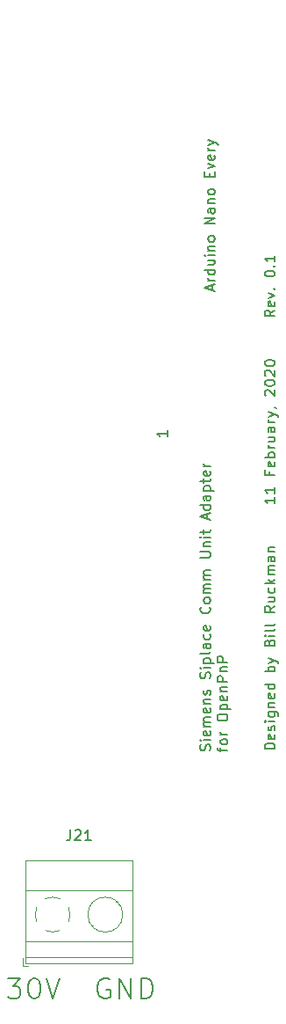
<source format=gto>
G04 #@! TF.GenerationSoftware,KiCad,Pcbnew,(5.1.5)-3*
G04 #@! TF.CreationDate,2020-02-11T12:56:00-08:00*
G04 #@! TF.ProjectId,siplace_feeder_controller_adapter,7369706c-6163-4655-9f66-65656465725f,rev?*
G04 #@! TF.SameCoordinates,Original*
G04 #@! TF.FileFunction,Legend,Top*
G04 #@! TF.FilePolarity,Positive*
%FSLAX46Y46*%
G04 Gerber Fmt 4.6, Leading zero omitted, Abs format (unit mm)*
G04 Created by KiCad (PCBNEW (5.1.5)-3) date 2020-02-11 12:56:00*
%MOMM*%
%LPD*%
G04 APERTURE LIST*
%ADD10C,0.150000*%
%ADD11C,0.120000*%
%ADD12O,3.102000X1.802000*%
%ADD13C,1.467000*%
%ADD14R,1.467000X1.467000*%
%ADD15C,2.892000*%
%ADD16C,3.302000*%
%ADD17C,2.702000*%
%ADD18R,2.702000X2.702000*%
G04 APERTURE END LIST*
D10*
X121452380Y-124064404D02*
X120452380Y-124064404D01*
X120452380Y-123826309D01*
X120500000Y-123683452D01*
X120595238Y-123588214D01*
X120690476Y-123540595D01*
X120880952Y-123492976D01*
X121023809Y-123492976D01*
X121214285Y-123540595D01*
X121309523Y-123588214D01*
X121404761Y-123683452D01*
X121452380Y-123826309D01*
X121452380Y-124064404D01*
X121404761Y-122683452D02*
X121452380Y-122778690D01*
X121452380Y-122969166D01*
X121404761Y-123064404D01*
X121309523Y-123112023D01*
X120928571Y-123112023D01*
X120833333Y-123064404D01*
X120785714Y-122969166D01*
X120785714Y-122778690D01*
X120833333Y-122683452D01*
X120928571Y-122635833D01*
X121023809Y-122635833D01*
X121119047Y-123112023D01*
X121404761Y-122254880D02*
X121452380Y-122159642D01*
X121452380Y-121969166D01*
X121404761Y-121873928D01*
X121309523Y-121826309D01*
X121261904Y-121826309D01*
X121166666Y-121873928D01*
X121119047Y-121969166D01*
X121119047Y-122112023D01*
X121071428Y-122207261D01*
X120976190Y-122254880D01*
X120928571Y-122254880D01*
X120833333Y-122207261D01*
X120785714Y-122112023D01*
X120785714Y-121969166D01*
X120833333Y-121873928D01*
X121452380Y-121397738D02*
X120785714Y-121397738D01*
X120452380Y-121397738D02*
X120500000Y-121445357D01*
X120547619Y-121397738D01*
X120500000Y-121350119D01*
X120452380Y-121397738D01*
X120547619Y-121397738D01*
X120785714Y-120492976D02*
X121595238Y-120492976D01*
X121690476Y-120540595D01*
X121738095Y-120588214D01*
X121785714Y-120683452D01*
X121785714Y-120826309D01*
X121738095Y-120921547D01*
X121404761Y-120492976D02*
X121452380Y-120588214D01*
X121452380Y-120778690D01*
X121404761Y-120873928D01*
X121357142Y-120921547D01*
X121261904Y-120969166D01*
X120976190Y-120969166D01*
X120880952Y-120921547D01*
X120833333Y-120873928D01*
X120785714Y-120778690D01*
X120785714Y-120588214D01*
X120833333Y-120492976D01*
X120785714Y-120016785D02*
X121452380Y-120016785D01*
X120880952Y-120016785D02*
X120833333Y-119969166D01*
X120785714Y-119873928D01*
X120785714Y-119731071D01*
X120833333Y-119635833D01*
X120928571Y-119588214D01*
X121452380Y-119588214D01*
X121404761Y-118731071D02*
X121452380Y-118826309D01*
X121452380Y-119016785D01*
X121404761Y-119112023D01*
X121309523Y-119159642D01*
X120928571Y-119159642D01*
X120833333Y-119112023D01*
X120785714Y-119016785D01*
X120785714Y-118826309D01*
X120833333Y-118731071D01*
X120928571Y-118683452D01*
X121023809Y-118683452D01*
X121119047Y-119159642D01*
X121452380Y-117826309D02*
X120452380Y-117826309D01*
X121404761Y-117826309D02*
X121452380Y-117921547D01*
X121452380Y-118112023D01*
X121404761Y-118207261D01*
X121357142Y-118254880D01*
X121261904Y-118302500D01*
X120976190Y-118302500D01*
X120880952Y-118254880D01*
X120833333Y-118207261D01*
X120785714Y-118112023D01*
X120785714Y-117921547D01*
X120833333Y-117826309D01*
X121452380Y-116588214D02*
X120452380Y-116588214D01*
X120833333Y-116588214D02*
X120785714Y-116492976D01*
X120785714Y-116302500D01*
X120833333Y-116207261D01*
X120880952Y-116159642D01*
X120976190Y-116112023D01*
X121261904Y-116112023D01*
X121357142Y-116159642D01*
X121404761Y-116207261D01*
X121452380Y-116302500D01*
X121452380Y-116492976D01*
X121404761Y-116588214D01*
X120785714Y-115778690D02*
X121452380Y-115540595D01*
X120785714Y-115302500D02*
X121452380Y-115540595D01*
X121690476Y-115635833D01*
X121738095Y-115683452D01*
X121785714Y-115778690D01*
X120928571Y-113826309D02*
X120976190Y-113683452D01*
X121023809Y-113635833D01*
X121119047Y-113588214D01*
X121261904Y-113588214D01*
X121357142Y-113635833D01*
X121404761Y-113683452D01*
X121452380Y-113778690D01*
X121452380Y-114159642D01*
X120452380Y-114159642D01*
X120452380Y-113826309D01*
X120500000Y-113731071D01*
X120547619Y-113683452D01*
X120642857Y-113635833D01*
X120738095Y-113635833D01*
X120833333Y-113683452D01*
X120880952Y-113731071D01*
X120928571Y-113826309D01*
X120928571Y-114159642D01*
X121452380Y-113159642D02*
X120785714Y-113159642D01*
X120452380Y-113159642D02*
X120500000Y-113207261D01*
X120547619Y-113159642D01*
X120500000Y-113112023D01*
X120452380Y-113159642D01*
X120547619Y-113159642D01*
X121452380Y-112540595D02*
X121404761Y-112635833D01*
X121309523Y-112683452D01*
X120452380Y-112683452D01*
X121452380Y-112016785D02*
X121404761Y-112112023D01*
X121309523Y-112159642D01*
X120452380Y-112159642D01*
X121452380Y-110302500D02*
X120976190Y-110635833D01*
X121452380Y-110873928D02*
X120452380Y-110873928D01*
X120452380Y-110492976D01*
X120500000Y-110397738D01*
X120547619Y-110350119D01*
X120642857Y-110302500D01*
X120785714Y-110302500D01*
X120880952Y-110350119D01*
X120928571Y-110397738D01*
X120976190Y-110492976D01*
X120976190Y-110873928D01*
X120785714Y-109445357D02*
X121452380Y-109445357D01*
X120785714Y-109873928D02*
X121309523Y-109873928D01*
X121404761Y-109826309D01*
X121452380Y-109731071D01*
X121452380Y-109588214D01*
X121404761Y-109492976D01*
X121357142Y-109445357D01*
X121404761Y-108540595D02*
X121452380Y-108635833D01*
X121452380Y-108826309D01*
X121404761Y-108921547D01*
X121357142Y-108969166D01*
X121261904Y-109016785D01*
X120976190Y-109016785D01*
X120880952Y-108969166D01*
X120833333Y-108921547D01*
X120785714Y-108826309D01*
X120785714Y-108635833D01*
X120833333Y-108540595D01*
X121452380Y-108112023D02*
X120452380Y-108112023D01*
X121071428Y-108016785D02*
X121452380Y-107731071D01*
X120785714Y-107731071D02*
X121166666Y-108112023D01*
X121452380Y-107302500D02*
X120785714Y-107302500D01*
X120880952Y-107302500D02*
X120833333Y-107254880D01*
X120785714Y-107159642D01*
X120785714Y-107016785D01*
X120833333Y-106921547D01*
X120928571Y-106873928D01*
X121452380Y-106873928D01*
X120928571Y-106873928D02*
X120833333Y-106826309D01*
X120785714Y-106731071D01*
X120785714Y-106588214D01*
X120833333Y-106492976D01*
X120928571Y-106445357D01*
X121452380Y-106445357D01*
X121452380Y-105540595D02*
X120928571Y-105540595D01*
X120833333Y-105588214D01*
X120785714Y-105683452D01*
X120785714Y-105873928D01*
X120833333Y-105969166D01*
X121404761Y-105540595D02*
X121452380Y-105635833D01*
X121452380Y-105873928D01*
X121404761Y-105969166D01*
X121309523Y-106016785D01*
X121214285Y-106016785D01*
X121119047Y-105969166D01*
X121071428Y-105873928D01*
X121071428Y-105635833D01*
X121023809Y-105540595D01*
X120785714Y-105064404D02*
X121452380Y-105064404D01*
X120880952Y-105064404D02*
X120833333Y-105016785D01*
X120785714Y-104921547D01*
X120785714Y-104778690D01*
X120833333Y-104683452D01*
X120928571Y-104635833D01*
X121452380Y-104635833D01*
X121452380Y-99826309D02*
X121452380Y-100397738D01*
X121452380Y-100112023D02*
X120452380Y-100112023D01*
X120595238Y-100207261D01*
X120690476Y-100302500D01*
X120738095Y-100397738D01*
X121452380Y-98873928D02*
X121452380Y-99445357D01*
X121452380Y-99159642D02*
X120452380Y-99159642D01*
X120595238Y-99254880D01*
X120690476Y-99350119D01*
X120738095Y-99445357D01*
X120928571Y-97350119D02*
X120928571Y-97683452D01*
X121452380Y-97683452D02*
X120452380Y-97683452D01*
X120452380Y-97207261D01*
X121404761Y-96445357D02*
X121452380Y-96540595D01*
X121452380Y-96731071D01*
X121404761Y-96826309D01*
X121309523Y-96873928D01*
X120928571Y-96873928D01*
X120833333Y-96826309D01*
X120785714Y-96731071D01*
X120785714Y-96540595D01*
X120833333Y-96445357D01*
X120928571Y-96397738D01*
X121023809Y-96397738D01*
X121119047Y-96873928D01*
X121452380Y-95969166D02*
X120452380Y-95969166D01*
X120833333Y-95969166D02*
X120785714Y-95873928D01*
X120785714Y-95683452D01*
X120833333Y-95588214D01*
X120880952Y-95540595D01*
X120976190Y-95492976D01*
X121261904Y-95492976D01*
X121357142Y-95540595D01*
X121404761Y-95588214D01*
X121452380Y-95683452D01*
X121452380Y-95873928D01*
X121404761Y-95969166D01*
X121452380Y-95064404D02*
X120785714Y-95064404D01*
X120976190Y-95064404D02*
X120880952Y-95016785D01*
X120833333Y-94969166D01*
X120785714Y-94873928D01*
X120785714Y-94778690D01*
X120785714Y-94016785D02*
X121452380Y-94016785D01*
X120785714Y-94445357D02*
X121309523Y-94445357D01*
X121404761Y-94397738D01*
X121452380Y-94302500D01*
X121452380Y-94159642D01*
X121404761Y-94064404D01*
X121357142Y-94016785D01*
X121452380Y-93112023D02*
X120928571Y-93112023D01*
X120833333Y-93159642D01*
X120785714Y-93254880D01*
X120785714Y-93445357D01*
X120833333Y-93540595D01*
X121404761Y-93112023D02*
X121452380Y-93207261D01*
X121452380Y-93445357D01*
X121404761Y-93540595D01*
X121309523Y-93588214D01*
X121214285Y-93588214D01*
X121119047Y-93540595D01*
X121071428Y-93445357D01*
X121071428Y-93207261D01*
X121023809Y-93112023D01*
X121452380Y-92635833D02*
X120785714Y-92635833D01*
X120976190Y-92635833D02*
X120880952Y-92588214D01*
X120833333Y-92540595D01*
X120785714Y-92445357D01*
X120785714Y-92350119D01*
X120785714Y-92112023D02*
X121452380Y-91873928D01*
X120785714Y-91635833D02*
X121452380Y-91873928D01*
X121690476Y-91969166D01*
X121738095Y-92016785D01*
X121785714Y-92112023D01*
X121404761Y-91207261D02*
X121452380Y-91207261D01*
X121547619Y-91254880D01*
X121595238Y-91302500D01*
X120547619Y-90064404D02*
X120500000Y-90016785D01*
X120452380Y-89921547D01*
X120452380Y-89683452D01*
X120500000Y-89588214D01*
X120547619Y-89540595D01*
X120642857Y-89492976D01*
X120738095Y-89492976D01*
X120880952Y-89540595D01*
X121452380Y-90112023D01*
X121452380Y-89492976D01*
X120452380Y-88873928D02*
X120452380Y-88778690D01*
X120500000Y-88683452D01*
X120547619Y-88635833D01*
X120642857Y-88588214D01*
X120833333Y-88540595D01*
X121071428Y-88540595D01*
X121261904Y-88588214D01*
X121357142Y-88635833D01*
X121404761Y-88683452D01*
X121452380Y-88778690D01*
X121452380Y-88873928D01*
X121404761Y-88969166D01*
X121357142Y-89016785D01*
X121261904Y-89064404D01*
X121071428Y-89112023D01*
X120833333Y-89112023D01*
X120642857Y-89064404D01*
X120547619Y-89016785D01*
X120500000Y-88969166D01*
X120452380Y-88873928D01*
X120547619Y-88159642D02*
X120500000Y-88112023D01*
X120452380Y-88016785D01*
X120452380Y-87778690D01*
X120500000Y-87683452D01*
X120547619Y-87635833D01*
X120642857Y-87588214D01*
X120738095Y-87588214D01*
X120880952Y-87635833D01*
X121452380Y-88207261D01*
X121452380Y-87588214D01*
X120452380Y-86969166D02*
X120452380Y-86873928D01*
X120500000Y-86778690D01*
X120547619Y-86731071D01*
X120642857Y-86683452D01*
X120833333Y-86635833D01*
X121071428Y-86635833D01*
X121261904Y-86683452D01*
X121357142Y-86731071D01*
X121404761Y-86778690D01*
X121452380Y-86873928D01*
X121452380Y-86969166D01*
X121404761Y-87064404D01*
X121357142Y-87112023D01*
X121261904Y-87159642D01*
X121071428Y-87207261D01*
X120833333Y-87207261D01*
X120642857Y-87159642D01*
X120547619Y-87112023D01*
X120500000Y-87064404D01*
X120452380Y-86969166D01*
X121452380Y-81826309D02*
X120976190Y-82159642D01*
X121452380Y-82397738D02*
X120452380Y-82397738D01*
X120452380Y-82016785D01*
X120500000Y-81921547D01*
X120547619Y-81873928D01*
X120642857Y-81826309D01*
X120785714Y-81826309D01*
X120880952Y-81873928D01*
X120928571Y-81921547D01*
X120976190Y-82016785D01*
X120976190Y-82397738D01*
X121404761Y-81016785D02*
X121452380Y-81112023D01*
X121452380Y-81302500D01*
X121404761Y-81397738D01*
X121309523Y-81445357D01*
X120928571Y-81445357D01*
X120833333Y-81397738D01*
X120785714Y-81302500D01*
X120785714Y-81112023D01*
X120833333Y-81016785D01*
X120928571Y-80969166D01*
X121023809Y-80969166D01*
X121119047Y-81445357D01*
X120785714Y-80635833D02*
X121452380Y-80397738D01*
X120785714Y-80159642D01*
X121357142Y-79778690D02*
X121404761Y-79731071D01*
X121452380Y-79778690D01*
X121404761Y-79826309D01*
X121357142Y-79778690D01*
X121452380Y-79778690D01*
X120452380Y-78350119D02*
X120452380Y-78254880D01*
X120500000Y-78159642D01*
X120547619Y-78112023D01*
X120642857Y-78064404D01*
X120833333Y-78016785D01*
X121071428Y-78016785D01*
X121261904Y-78064404D01*
X121357142Y-78112023D01*
X121404761Y-78159642D01*
X121452380Y-78254880D01*
X121452380Y-78350119D01*
X121404761Y-78445357D01*
X121357142Y-78492976D01*
X121261904Y-78540595D01*
X121071428Y-78588214D01*
X120833333Y-78588214D01*
X120642857Y-78540595D01*
X120547619Y-78492976D01*
X120500000Y-78445357D01*
X120452380Y-78350119D01*
X121357142Y-77588214D02*
X121404761Y-77540595D01*
X121452380Y-77588214D01*
X121404761Y-77635833D01*
X121357142Y-77588214D01*
X121452380Y-77588214D01*
X121452380Y-76588214D02*
X121452380Y-77159642D01*
X121452380Y-76873928D02*
X120452380Y-76873928D01*
X120595238Y-76969166D01*
X120690476Y-77064404D01*
X120738095Y-77159642D01*
X115179761Y-124212023D02*
X115227380Y-124069166D01*
X115227380Y-123831071D01*
X115179761Y-123735833D01*
X115132142Y-123688214D01*
X115036904Y-123640595D01*
X114941666Y-123640595D01*
X114846428Y-123688214D01*
X114798809Y-123735833D01*
X114751190Y-123831071D01*
X114703571Y-124021547D01*
X114655952Y-124116785D01*
X114608333Y-124164404D01*
X114513095Y-124212023D01*
X114417857Y-124212023D01*
X114322619Y-124164404D01*
X114275000Y-124116785D01*
X114227380Y-124021547D01*
X114227380Y-123783452D01*
X114275000Y-123640595D01*
X115227380Y-123212023D02*
X114560714Y-123212023D01*
X114227380Y-123212023D02*
X114275000Y-123259642D01*
X114322619Y-123212023D01*
X114275000Y-123164404D01*
X114227380Y-123212023D01*
X114322619Y-123212023D01*
X115179761Y-122354880D02*
X115227380Y-122450119D01*
X115227380Y-122640595D01*
X115179761Y-122735833D01*
X115084523Y-122783452D01*
X114703571Y-122783452D01*
X114608333Y-122735833D01*
X114560714Y-122640595D01*
X114560714Y-122450119D01*
X114608333Y-122354880D01*
X114703571Y-122307261D01*
X114798809Y-122307261D01*
X114894047Y-122783452D01*
X115227380Y-121878690D02*
X114560714Y-121878690D01*
X114655952Y-121878690D02*
X114608333Y-121831071D01*
X114560714Y-121735833D01*
X114560714Y-121592976D01*
X114608333Y-121497738D01*
X114703571Y-121450119D01*
X115227380Y-121450119D01*
X114703571Y-121450119D02*
X114608333Y-121402500D01*
X114560714Y-121307261D01*
X114560714Y-121164404D01*
X114608333Y-121069166D01*
X114703571Y-121021547D01*
X115227380Y-121021547D01*
X115179761Y-120164404D02*
X115227380Y-120259642D01*
X115227380Y-120450119D01*
X115179761Y-120545357D01*
X115084523Y-120592976D01*
X114703571Y-120592976D01*
X114608333Y-120545357D01*
X114560714Y-120450119D01*
X114560714Y-120259642D01*
X114608333Y-120164404D01*
X114703571Y-120116785D01*
X114798809Y-120116785D01*
X114894047Y-120592976D01*
X114560714Y-119688214D02*
X115227380Y-119688214D01*
X114655952Y-119688214D02*
X114608333Y-119640595D01*
X114560714Y-119545357D01*
X114560714Y-119402500D01*
X114608333Y-119307261D01*
X114703571Y-119259642D01*
X115227380Y-119259642D01*
X115179761Y-118831071D02*
X115227380Y-118735833D01*
X115227380Y-118545357D01*
X115179761Y-118450119D01*
X115084523Y-118402500D01*
X115036904Y-118402500D01*
X114941666Y-118450119D01*
X114894047Y-118545357D01*
X114894047Y-118688214D01*
X114846428Y-118783452D01*
X114751190Y-118831071D01*
X114703571Y-118831071D01*
X114608333Y-118783452D01*
X114560714Y-118688214D01*
X114560714Y-118545357D01*
X114608333Y-118450119D01*
X115179761Y-117259642D02*
X115227380Y-117116785D01*
X115227380Y-116878690D01*
X115179761Y-116783452D01*
X115132142Y-116735833D01*
X115036904Y-116688214D01*
X114941666Y-116688214D01*
X114846428Y-116735833D01*
X114798809Y-116783452D01*
X114751190Y-116878690D01*
X114703571Y-117069166D01*
X114655952Y-117164404D01*
X114608333Y-117212023D01*
X114513095Y-117259642D01*
X114417857Y-117259642D01*
X114322619Y-117212023D01*
X114275000Y-117164404D01*
X114227380Y-117069166D01*
X114227380Y-116831071D01*
X114275000Y-116688214D01*
X115227380Y-116259642D02*
X114560714Y-116259642D01*
X114227380Y-116259642D02*
X114275000Y-116307261D01*
X114322619Y-116259642D01*
X114275000Y-116212023D01*
X114227380Y-116259642D01*
X114322619Y-116259642D01*
X114560714Y-115783452D02*
X115560714Y-115783452D01*
X114608333Y-115783452D02*
X114560714Y-115688214D01*
X114560714Y-115497738D01*
X114608333Y-115402500D01*
X114655952Y-115354880D01*
X114751190Y-115307261D01*
X115036904Y-115307261D01*
X115132142Y-115354880D01*
X115179761Y-115402500D01*
X115227380Y-115497738D01*
X115227380Y-115688214D01*
X115179761Y-115783452D01*
X115227380Y-114735833D02*
X115179761Y-114831071D01*
X115084523Y-114878690D01*
X114227380Y-114878690D01*
X115227380Y-113926309D02*
X114703571Y-113926309D01*
X114608333Y-113973928D01*
X114560714Y-114069166D01*
X114560714Y-114259642D01*
X114608333Y-114354880D01*
X115179761Y-113926309D02*
X115227380Y-114021547D01*
X115227380Y-114259642D01*
X115179761Y-114354880D01*
X115084523Y-114402500D01*
X114989285Y-114402500D01*
X114894047Y-114354880D01*
X114846428Y-114259642D01*
X114846428Y-114021547D01*
X114798809Y-113926309D01*
X115179761Y-113021547D02*
X115227380Y-113116785D01*
X115227380Y-113307261D01*
X115179761Y-113402500D01*
X115132142Y-113450119D01*
X115036904Y-113497738D01*
X114751190Y-113497738D01*
X114655952Y-113450119D01*
X114608333Y-113402500D01*
X114560714Y-113307261D01*
X114560714Y-113116785D01*
X114608333Y-113021547D01*
X115179761Y-112212023D02*
X115227380Y-112307261D01*
X115227380Y-112497738D01*
X115179761Y-112592976D01*
X115084523Y-112640595D01*
X114703571Y-112640595D01*
X114608333Y-112592976D01*
X114560714Y-112497738D01*
X114560714Y-112307261D01*
X114608333Y-112212023D01*
X114703571Y-112164404D01*
X114798809Y-112164404D01*
X114894047Y-112640595D01*
X115132142Y-110402500D02*
X115179761Y-110450119D01*
X115227380Y-110592976D01*
X115227380Y-110688214D01*
X115179761Y-110831071D01*
X115084523Y-110926309D01*
X114989285Y-110973928D01*
X114798809Y-111021547D01*
X114655952Y-111021547D01*
X114465476Y-110973928D01*
X114370238Y-110926309D01*
X114275000Y-110831071D01*
X114227380Y-110688214D01*
X114227380Y-110592976D01*
X114275000Y-110450119D01*
X114322619Y-110402500D01*
X115227380Y-109831071D02*
X115179761Y-109926309D01*
X115132142Y-109973928D01*
X115036904Y-110021547D01*
X114751190Y-110021547D01*
X114655952Y-109973928D01*
X114608333Y-109926309D01*
X114560714Y-109831071D01*
X114560714Y-109688214D01*
X114608333Y-109592976D01*
X114655952Y-109545357D01*
X114751190Y-109497738D01*
X115036904Y-109497738D01*
X115132142Y-109545357D01*
X115179761Y-109592976D01*
X115227380Y-109688214D01*
X115227380Y-109831071D01*
X115227380Y-109069166D02*
X114560714Y-109069166D01*
X114655952Y-109069166D02*
X114608333Y-109021547D01*
X114560714Y-108926309D01*
X114560714Y-108783452D01*
X114608333Y-108688214D01*
X114703571Y-108640595D01*
X115227380Y-108640595D01*
X114703571Y-108640595D02*
X114608333Y-108592976D01*
X114560714Y-108497738D01*
X114560714Y-108354880D01*
X114608333Y-108259642D01*
X114703571Y-108212023D01*
X115227380Y-108212023D01*
X115227380Y-107735833D02*
X114560714Y-107735833D01*
X114655952Y-107735833D02*
X114608333Y-107688214D01*
X114560714Y-107592976D01*
X114560714Y-107450119D01*
X114608333Y-107354880D01*
X114703571Y-107307261D01*
X115227380Y-107307261D01*
X114703571Y-107307261D02*
X114608333Y-107259642D01*
X114560714Y-107164404D01*
X114560714Y-107021547D01*
X114608333Y-106926309D01*
X114703571Y-106878690D01*
X115227380Y-106878690D01*
X114227380Y-105640595D02*
X115036904Y-105640595D01*
X115132142Y-105592976D01*
X115179761Y-105545357D01*
X115227380Y-105450119D01*
X115227380Y-105259642D01*
X115179761Y-105164404D01*
X115132142Y-105116785D01*
X115036904Y-105069166D01*
X114227380Y-105069166D01*
X114560714Y-104592976D02*
X115227380Y-104592976D01*
X114655952Y-104592976D02*
X114608333Y-104545357D01*
X114560714Y-104450119D01*
X114560714Y-104307261D01*
X114608333Y-104212023D01*
X114703571Y-104164404D01*
X115227380Y-104164404D01*
X115227380Y-103688214D02*
X114560714Y-103688214D01*
X114227380Y-103688214D02*
X114275000Y-103735833D01*
X114322619Y-103688214D01*
X114275000Y-103640595D01*
X114227380Y-103688214D01*
X114322619Y-103688214D01*
X114560714Y-103354880D02*
X114560714Y-102973928D01*
X114227380Y-103212023D02*
X115084523Y-103212023D01*
X115179761Y-103164404D01*
X115227380Y-103069166D01*
X115227380Y-102973928D01*
X114941666Y-101926309D02*
X114941666Y-101450119D01*
X115227380Y-102021547D02*
X114227380Y-101688214D01*
X115227380Y-101354880D01*
X115227380Y-100592976D02*
X114227380Y-100592976D01*
X115179761Y-100592976D02*
X115227380Y-100688214D01*
X115227380Y-100878690D01*
X115179761Y-100973928D01*
X115132142Y-101021547D01*
X115036904Y-101069166D01*
X114751190Y-101069166D01*
X114655952Y-101021547D01*
X114608333Y-100973928D01*
X114560714Y-100878690D01*
X114560714Y-100688214D01*
X114608333Y-100592976D01*
X115227380Y-99688214D02*
X114703571Y-99688214D01*
X114608333Y-99735833D01*
X114560714Y-99831071D01*
X114560714Y-100021547D01*
X114608333Y-100116785D01*
X115179761Y-99688214D02*
X115227380Y-99783452D01*
X115227380Y-100021547D01*
X115179761Y-100116785D01*
X115084523Y-100164404D01*
X114989285Y-100164404D01*
X114894047Y-100116785D01*
X114846428Y-100021547D01*
X114846428Y-99783452D01*
X114798809Y-99688214D01*
X114560714Y-99212023D02*
X115560714Y-99212023D01*
X114608333Y-99212023D02*
X114560714Y-99116785D01*
X114560714Y-98926309D01*
X114608333Y-98831071D01*
X114655952Y-98783452D01*
X114751190Y-98735833D01*
X115036904Y-98735833D01*
X115132142Y-98783452D01*
X115179761Y-98831071D01*
X115227380Y-98926309D01*
X115227380Y-99116785D01*
X115179761Y-99212023D01*
X114560714Y-98450119D02*
X114560714Y-98069166D01*
X114227380Y-98307261D02*
X115084523Y-98307261D01*
X115179761Y-98259642D01*
X115227380Y-98164404D01*
X115227380Y-98069166D01*
X115179761Y-97354880D02*
X115227380Y-97450119D01*
X115227380Y-97640595D01*
X115179761Y-97735833D01*
X115084523Y-97783452D01*
X114703571Y-97783452D01*
X114608333Y-97735833D01*
X114560714Y-97640595D01*
X114560714Y-97450119D01*
X114608333Y-97354880D01*
X114703571Y-97307261D01*
X114798809Y-97307261D01*
X114894047Y-97783452D01*
X115227380Y-96878690D02*
X114560714Y-96878690D01*
X114751190Y-96878690D02*
X114655952Y-96831071D01*
X114608333Y-96783452D01*
X114560714Y-96688214D01*
X114560714Y-96592976D01*
X116210714Y-124307261D02*
X116210714Y-123926309D01*
X116877380Y-124164404D02*
X116020238Y-124164404D01*
X115925000Y-124116785D01*
X115877380Y-124021547D01*
X115877380Y-123926309D01*
X116877380Y-123450119D02*
X116829761Y-123545357D01*
X116782142Y-123592976D01*
X116686904Y-123640595D01*
X116401190Y-123640595D01*
X116305952Y-123592976D01*
X116258333Y-123545357D01*
X116210714Y-123450119D01*
X116210714Y-123307261D01*
X116258333Y-123212023D01*
X116305952Y-123164404D01*
X116401190Y-123116785D01*
X116686904Y-123116785D01*
X116782142Y-123164404D01*
X116829761Y-123212023D01*
X116877380Y-123307261D01*
X116877380Y-123450119D01*
X116877380Y-122688214D02*
X116210714Y-122688214D01*
X116401190Y-122688214D02*
X116305952Y-122640595D01*
X116258333Y-122592976D01*
X116210714Y-122497738D01*
X116210714Y-122402500D01*
X115877380Y-121116785D02*
X115877380Y-120926309D01*
X115925000Y-120831071D01*
X116020238Y-120735833D01*
X116210714Y-120688214D01*
X116544047Y-120688214D01*
X116734523Y-120735833D01*
X116829761Y-120831071D01*
X116877380Y-120926309D01*
X116877380Y-121116785D01*
X116829761Y-121212023D01*
X116734523Y-121307261D01*
X116544047Y-121354880D01*
X116210714Y-121354880D01*
X116020238Y-121307261D01*
X115925000Y-121212023D01*
X115877380Y-121116785D01*
X116210714Y-120259642D02*
X117210714Y-120259642D01*
X116258333Y-120259642D02*
X116210714Y-120164404D01*
X116210714Y-119973928D01*
X116258333Y-119878690D01*
X116305952Y-119831071D01*
X116401190Y-119783452D01*
X116686904Y-119783452D01*
X116782142Y-119831071D01*
X116829761Y-119878690D01*
X116877380Y-119973928D01*
X116877380Y-120164404D01*
X116829761Y-120259642D01*
X116829761Y-118973928D02*
X116877380Y-119069166D01*
X116877380Y-119259642D01*
X116829761Y-119354880D01*
X116734523Y-119402500D01*
X116353571Y-119402500D01*
X116258333Y-119354880D01*
X116210714Y-119259642D01*
X116210714Y-119069166D01*
X116258333Y-118973928D01*
X116353571Y-118926309D01*
X116448809Y-118926309D01*
X116544047Y-119402500D01*
X116210714Y-118497738D02*
X116877380Y-118497738D01*
X116305952Y-118497738D02*
X116258333Y-118450119D01*
X116210714Y-118354880D01*
X116210714Y-118212023D01*
X116258333Y-118116785D01*
X116353571Y-118069166D01*
X116877380Y-118069166D01*
X116877380Y-117592976D02*
X115877380Y-117592976D01*
X115877380Y-117212023D01*
X115925000Y-117116785D01*
X115972619Y-117069166D01*
X116067857Y-117021547D01*
X116210714Y-117021547D01*
X116305952Y-117069166D01*
X116353571Y-117116785D01*
X116401190Y-117212023D01*
X116401190Y-117592976D01*
X116210714Y-116592976D02*
X116877380Y-116592976D01*
X116305952Y-116592976D02*
X116258333Y-116545357D01*
X116210714Y-116450119D01*
X116210714Y-116307261D01*
X116258333Y-116212023D01*
X116353571Y-116164404D01*
X116877380Y-116164404D01*
X116877380Y-115688214D02*
X115877380Y-115688214D01*
X115877380Y-115307261D01*
X115925000Y-115212023D01*
X115972619Y-115164404D01*
X116067857Y-115116785D01*
X116210714Y-115116785D01*
X116305952Y-115164404D01*
X116353571Y-115212023D01*
X116401190Y-115307261D01*
X116401190Y-115688214D01*
X111052380Y-93414285D02*
X111052380Y-93985714D01*
X111052380Y-93700000D02*
X110052380Y-93700000D01*
X110195238Y-93795238D01*
X110290476Y-93890476D01*
X110338095Y-93985714D01*
X115366666Y-79890476D02*
X115366666Y-79414285D01*
X115652380Y-79985714D02*
X114652380Y-79652380D01*
X115652380Y-79319047D01*
X115652380Y-78985714D02*
X114985714Y-78985714D01*
X115176190Y-78985714D02*
X115080952Y-78938095D01*
X115033333Y-78890476D01*
X114985714Y-78795238D01*
X114985714Y-78700000D01*
X115652380Y-77938095D02*
X114652380Y-77938095D01*
X115604761Y-77938095D02*
X115652380Y-78033333D01*
X115652380Y-78223809D01*
X115604761Y-78319047D01*
X115557142Y-78366666D01*
X115461904Y-78414285D01*
X115176190Y-78414285D01*
X115080952Y-78366666D01*
X115033333Y-78319047D01*
X114985714Y-78223809D01*
X114985714Y-78033333D01*
X115033333Y-77938095D01*
X114985714Y-77033333D02*
X115652380Y-77033333D01*
X114985714Y-77461904D02*
X115509523Y-77461904D01*
X115604761Y-77414285D01*
X115652380Y-77319047D01*
X115652380Y-77176190D01*
X115604761Y-77080952D01*
X115557142Y-77033333D01*
X115652380Y-76557142D02*
X114985714Y-76557142D01*
X114652380Y-76557142D02*
X114700000Y-76604761D01*
X114747619Y-76557142D01*
X114700000Y-76509523D01*
X114652380Y-76557142D01*
X114747619Y-76557142D01*
X114985714Y-76080952D02*
X115652380Y-76080952D01*
X115080952Y-76080952D02*
X115033333Y-76033333D01*
X114985714Y-75938095D01*
X114985714Y-75795238D01*
X115033333Y-75700000D01*
X115128571Y-75652380D01*
X115652380Y-75652380D01*
X115652380Y-75033333D02*
X115604761Y-75128571D01*
X115557142Y-75176190D01*
X115461904Y-75223809D01*
X115176190Y-75223809D01*
X115080952Y-75176190D01*
X115033333Y-75128571D01*
X114985714Y-75033333D01*
X114985714Y-74890476D01*
X115033333Y-74795238D01*
X115080952Y-74747619D01*
X115176190Y-74700000D01*
X115461904Y-74700000D01*
X115557142Y-74747619D01*
X115604761Y-74795238D01*
X115652380Y-74890476D01*
X115652380Y-75033333D01*
X115652380Y-73509523D02*
X114652380Y-73509523D01*
X115652380Y-72938095D01*
X114652380Y-72938095D01*
X115652380Y-72033333D02*
X115128571Y-72033333D01*
X115033333Y-72080952D01*
X114985714Y-72176190D01*
X114985714Y-72366666D01*
X115033333Y-72461904D01*
X115604761Y-72033333D02*
X115652380Y-72128571D01*
X115652380Y-72366666D01*
X115604761Y-72461904D01*
X115509523Y-72509523D01*
X115414285Y-72509523D01*
X115319047Y-72461904D01*
X115271428Y-72366666D01*
X115271428Y-72128571D01*
X115223809Y-72033333D01*
X114985714Y-71557142D02*
X115652380Y-71557142D01*
X115080952Y-71557142D02*
X115033333Y-71509523D01*
X114985714Y-71414285D01*
X114985714Y-71271428D01*
X115033333Y-71176190D01*
X115128571Y-71128571D01*
X115652380Y-71128571D01*
X115652380Y-70509523D02*
X115604761Y-70604761D01*
X115557142Y-70652380D01*
X115461904Y-70700000D01*
X115176190Y-70700000D01*
X115080952Y-70652380D01*
X115033333Y-70604761D01*
X114985714Y-70509523D01*
X114985714Y-70366666D01*
X115033333Y-70271428D01*
X115080952Y-70223809D01*
X115176190Y-70176190D01*
X115461904Y-70176190D01*
X115557142Y-70223809D01*
X115604761Y-70271428D01*
X115652380Y-70366666D01*
X115652380Y-70509523D01*
X115128571Y-68985714D02*
X115128571Y-68652380D01*
X115652380Y-68509523D02*
X115652380Y-68985714D01*
X114652380Y-68985714D01*
X114652380Y-68509523D01*
X114985714Y-68176190D02*
X115652380Y-67938095D01*
X114985714Y-67700000D01*
X115604761Y-66938095D02*
X115652380Y-67033333D01*
X115652380Y-67223809D01*
X115604761Y-67319047D01*
X115509523Y-67366666D01*
X115128571Y-67366666D01*
X115033333Y-67319047D01*
X114985714Y-67223809D01*
X114985714Y-67033333D01*
X115033333Y-66938095D01*
X115128571Y-66890476D01*
X115223809Y-66890476D01*
X115319047Y-67366666D01*
X115652380Y-66461904D02*
X114985714Y-66461904D01*
X115176190Y-66461904D02*
X115080952Y-66414285D01*
X115033333Y-66366666D01*
X114985714Y-66271428D01*
X114985714Y-66176190D01*
X114985714Y-65938095D02*
X115652380Y-65700000D01*
X114985714Y-65461904D02*
X115652380Y-65700000D01*
X115890476Y-65795238D01*
X115938095Y-65842857D01*
X115985714Y-65938095D01*
X95652380Y-146104761D02*
X96890476Y-146104761D01*
X96223809Y-146866666D01*
X96509523Y-146866666D01*
X96700000Y-146961904D01*
X96795238Y-147057142D01*
X96890476Y-147247619D01*
X96890476Y-147723809D01*
X96795238Y-147914285D01*
X96700000Y-148009523D01*
X96509523Y-148104761D01*
X95938095Y-148104761D01*
X95747619Y-148009523D01*
X95652380Y-147914285D01*
X98128571Y-146104761D02*
X98319047Y-146104761D01*
X98509523Y-146200000D01*
X98604761Y-146295238D01*
X98700000Y-146485714D01*
X98795238Y-146866666D01*
X98795238Y-147342857D01*
X98700000Y-147723809D01*
X98604761Y-147914285D01*
X98509523Y-148009523D01*
X98319047Y-148104761D01*
X98128571Y-148104761D01*
X97938095Y-148009523D01*
X97842857Y-147914285D01*
X97747619Y-147723809D01*
X97652380Y-147342857D01*
X97652380Y-146866666D01*
X97747619Y-146485714D01*
X97842857Y-146295238D01*
X97938095Y-146200000D01*
X98128571Y-146104761D01*
X99366666Y-146104761D02*
X100033333Y-148104761D01*
X100700000Y-146104761D01*
X105461904Y-146200000D02*
X105271428Y-146104761D01*
X104985714Y-146104761D01*
X104700000Y-146200000D01*
X104509523Y-146390476D01*
X104414285Y-146580952D01*
X104319047Y-146961904D01*
X104319047Y-147247619D01*
X104414285Y-147628571D01*
X104509523Y-147819047D01*
X104700000Y-148009523D01*
X104985714Y-148104761D01*
X105176190Y-148104761D01*
X105461904Y-148009523D01*
X105557142Y-147914285D01*
X105557142Y-147247619D01*
X105176190Y-147247619D01*
X106414285Y-148104761D02*
X106414285Y-146104761D01*
X107557142Y-148104761D01*
X107557142Y-146104761D01*
X108509523Y-148104761D02*
X108509523Y-146104761D01*
X108985714Y-146104761D01*
X109271428Y-146200000D01*
X109461904Y-146390476D01*
X109557142Y-146580952D01*
X109652380Y-146961904D01*
X109652380Y-147247619D01*
X109557142Y-147628571D01*
X109461904Y-147819047D01*
X109271428Y-148009523D01*
X108985714Y-148104761D01*
X108509523Y-148104761D01*
D11*
X97160000Y-144900000D02*
X97660000Y-144900000D01*
X97160000Y-144160000D02*
X97160000Y-144900000D01*
X103853000Y-141023000D02*
X103806000Y-141069000D01*
X106150000Y-138725000D02*
X106115000Y-138761000D01*
X104046000Y-141239000D02*
X104011000Y-141274000D01*
X106355000Y-138931000D02*
X106308000Y-138977000D01*
X107680000Y-134739000D02*
X107680000Y-144660000D01*
X97400000Y-134739000D02*
X97400000Y-144660000D01*
X97400000Y-144660000D02*
X107680000Y-144660000D01*
X97400000Y-134739000D02*
X107680000Y-134739000D01*
X97400000Y-137699000D02*
X107680000Y-137699000D01*
X97400000Y-142600000D02*
X107680000Y-142600000D01*
X97400000Y-144100000D02*
X107680000Y-144100000D01*
X106760000Y-140000000D02*
G75*
G03X106760000Y-140000000I-1680000J0D01*
G01*
X100028805Y-141680253D02*
G75*
G02X99316000Y-141535000I-28805J1680253D01*
G01*
X98464574Y-140683042D02*
G75*
G02X98465000Y-139316000I1535426J683042D01*
G01*
X99316958Y-138464574D02*
G75*
G02X100684000Y-138465000I683042J-1535426D01*
G01*
X101535426Y-139316958D02*
G75*
G02X101535000Y-140684000I-1535426J-683042D01*
G01*
X100683318Y-141534756D02*
G75*
G02X100000000Y-141680000I-683318J1534756D01*
G01*
D10*
X119238095Y-145452380D02*
X119238095Y-144452380D01*
X119238095Y-144928571D02*
X119809523Y-144928571D01*
X119809523Y-145452380D02*
X119809523Y-144452380D01*
X120238095Y-144547619D02*
X120285714Y-144500000D01*
X120380952Y-144452380D01*
X120619047Y-144452380D01*
X120714285Y-144500000D01*
X120761904Y-144547619D01*
X120809523Y-144642857D01*
X120809523Y-144738095D01*
X120761904Y-144880952D01*
X120190476Y-145452380D01*
X120809523Y-145452380D01*
X119272095Y-55349380D02*
X119272095Y-54349380D01*
X119272095Y-54825571D02*
X119843523Y-54825571D01*
X119843523Y-55349380D02*
X119843523Y-54349380D01*
X120843523Y-55349380D02*
X120272095Y-55349380D01*
X120557809Y-55349380D02*
X120557809Y-54349380D01*
X120462571Y-54492238D01*
X120367333Y-54587476D01*
X120272095Y-54635095D01*
X101730476Y-131848380D02*
X101730476Y-132562666D01*
X101682857Y-132705523D01*
X101587619Y-132800761D01*
X101444761Y-132848380D01*
X101349523Y-132848380D01*
X102159047Y-131943619D02*
X102206666Y-131896000D01*
X102301904Y-131848380D01*
X102540000Y-131848380D01*
X102635238Y-131896000D01*
X102682857Y-131943619D01*
X102730476Y-132038857D01*
X102730476Y-132134095D01*
X102682857Y-132276952D01*
X102111428Y-132848380D01*
X102730476Y-132848380D01*
X103682857Y-132848380D02*
X103111428Y-132848380D01*
X103397142Y-132848380D02*
X103397142Y-131848380D01*
X103301904Y-131991238D01*
X103206666Y-132086476D01*
X103111428Y-132134095D01*
%LPC*%
D12*
X94740000Y-55790000D03*
X94740000Y-58330000D03*
X94740000Y-60870000D03*
X94740000Y-63410000D03*
X94740000Y-65950000D03*
X94740000Y-68490000D03*
X94740000Y-71030000D03*
X94740000Y-73570000D03*
X94740000Y-76110000D03*
X94740000Y-78650000D03*
X94740000Y-81190000D03*
X94740000Y-83730000D03*
X94740000Y-86270000D03*
X94740000Y-88810000D03*
X94740000Y-91350000D03*
X111250000Y-88810000D03*
X111250000Y-55790000D03*
X111250000Y-73570000D03*
X111250000Y-78650000D03*
X111250000Y-76110000D03*
X111250000Y-71030000D03*
X111250000Y-68490000D03*
X111250000Y-83730000D03*
X111250000Y-58330000D03*
X111250000Y-91350000D03*
X111250000Y-63410000D03*
X111250000Y-60870000D03*
X111250000Y-81190000D03*
X111250000Y-86270000D03*
X111250000Y-65950000D03*
D13*
X54920000Y-138740000D03*
X54920000Y-136200000D03*
X54920000Y-133660000D03*
X54920000Y-131120000D03*
X54920000Y-128580000D03*
X54920000Y-126040000D03*
X54920000Y-123500000D03*
X54920000Y-120960000D03*
X54920000Y-118420000D03*
X54920000Y-115880000D03*
X54920000Y-113340000D03*
X54920000Y-110800000D03*
X54920000Y-108260000D03*
X54920000Y-105720000D03*
X54920000Y-103180000D03*
X54920000Y-100640000D03*
X54920000Y-98100000D03*
X54920000Y-95560000D03*
X54920000Y-93020000D03*
X54920000Y-90480000D03*
X54920000Y-87940000D03*
X54920000Y-85400000D03*
X54920000Y-82860000D03*
X54920000Y-80320000D03*
X54920000Y-77780000D03*
X54920000Y-75240000D03*
X54920000Y-72700000D03*
X54920000Y-70160000D03*
X54920000Y-67620000D03*
X54920000Y-65080000D03*
X54920000Y-62540000D03*
X54920000Y-60000000D03*
X57460000Y-138740000D03*
X57460000Y-136200000D03*
X57460000Y-133660000D03*
X57460000Y-131120000D03*
X57460000Y-128580000D03*
X57460000Y-126040000D03*
X57460000Y-123500000D03*
X57460000Y-120960000D03*
X57460000Y-118420000D03*
X57460000Y-115880000D03*
X57460000Y-113340000D03*
X57460000Y-110800000D03*
X57460000Y-108260000D03*
X57460000Y-105720000D03*
X57460000Y-103180000D03*
X57460000Y-100640000D03*
X57460000Y-98100000D03*
X57460000Y-95560000D03*
X57460000Y-93020000D03*
X57460000Y-90480000D03*
X57460000Y-87940000D03*
X57460000Y-85400000D03*
X57460000Y-82860000D03*
X57460000Y-80320000D03*
X57460000Y-77780000D03*
X57460000Y-75240000D03*
X57460000Y-72700000D03*
X57460000Y-70160000D03*
X57460000Y-67620000D03*
X57460000Y-65080000D03*
X57460000Y-62540000D03*
X57460000Y-60000000D03*
X60000000Y-138740000D03*
X60000000Y-136200000D03*
X60000000Y-133660000D03*
X60000000Y-131120000D03*
X60000000Y-128580000D03*
X60000000Y-126040000D03*
X60000000Y-123500000D03*
X60000000Y-120960000D03*
X60000000Y-118420000D03*
X60000000Y-115880000D03*
X60000000Y-113340000D03*
X60000000Y-110800000D03*
X60000000Y-108260000D03*
X60000000Y-105720000D03*
X60000000Y-103180000D03*
X60000000Y-100640000D03*
X60000000Y-98100000D03*
X60000000Y-95560000D03*
X60000000Y-93020000D03*
X60000000Y-90480000D03*
X60000000Y-87940000D03*
X60000000Y-85400000D03*
X60000000Y-82860000D03*
X60000000Y-80320000D03*
X60000000Y-77780000D03*
X60000000Y-75240000D03*
X60000000Y-72700000D03*
X60000000Y-70160000D03*
X60000000Y-67620000D03*
X60000000Y-65080000D03*
X60000000Y-62540000D03*
D14*
X60000000Y-60000000D03*
D15*
X57760000Y-54360000D03*
X57760000Y-144380000D03*
D16*
X120000000Y-145000000D03*
X120000000Y-55000000D03*
D17*
X105080000Y-140000000D03*
D18*
X100000000Y-140000000D03*
M02*

</source>
